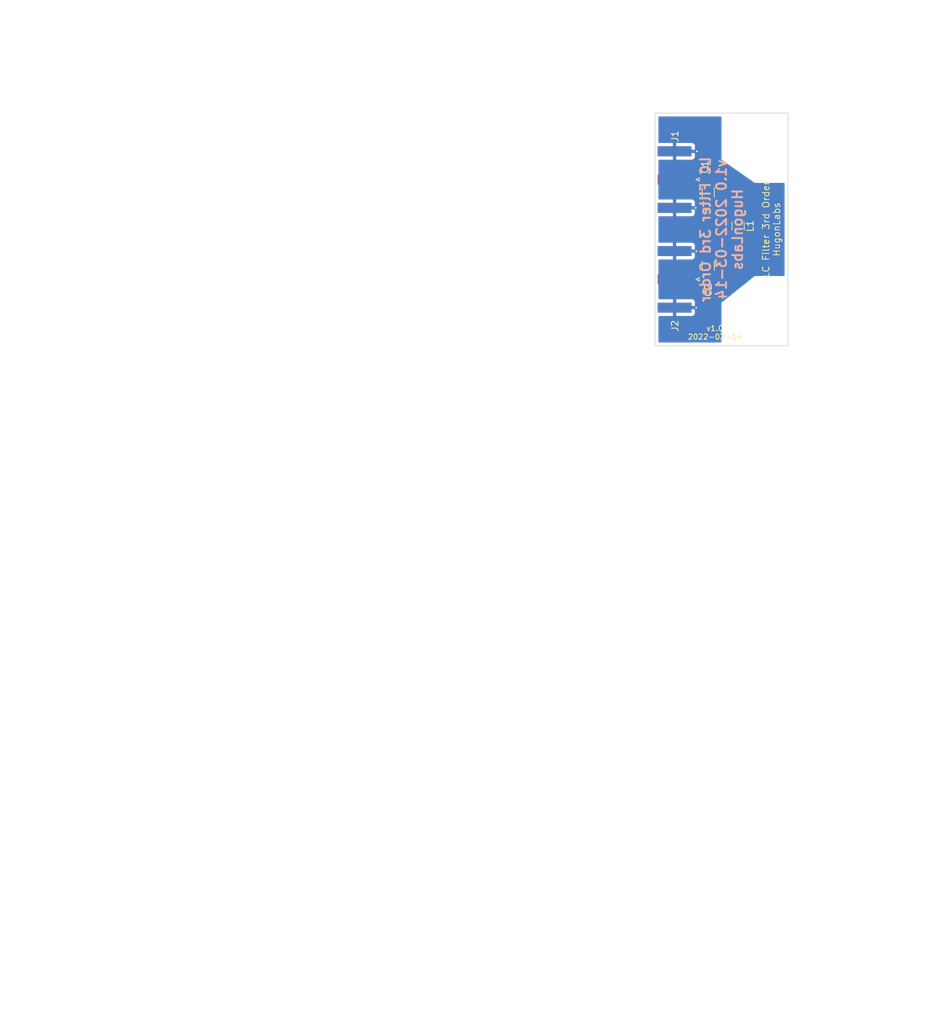
<source format=kicad_pcb>
(kicad_pcb (version 20211014) (generator pcbnew)
  (title_block (title "LC Filter 3rd Order") (date "2022-03-14") (rev "1.0") (company "HugonLabs"))
  (layers (0 "F.Cu" signal) (31 "B.Cu" signal) (34 "B.Paste" user) (35 "F.Paste" user) (36 "B.SilkS" user "B.Silkscreen") (37 "F.SilkS" user "F.Silkscreen") (38 "B.Mask" user) (39 "F.Mask" user) (44 "Edge.Cuts" user))
  (net 0 "")
  (net 1 "/sig_in")
  (net 2 "/sig_out")
  (net 3 "/GND")
  (footprint "Capacitor_SMD:C_1206_3216Metric_Pad1.33x1.80mm_HandSolder" (layer "F.Cu") (at 120.5 76.9375 -90)
    (fp_text reference "C1" (at -3.8125 0.5 90) (layer "F.SilkS"))
    (fp_text value "C")
    (fp_line (start -0.711252 0.91) (end 0.711252 0.91) (layer "F.SilkS") (width 0.12))
    (fp_line (start -0.711252 -0.91) (end 0.711252 -0.91) (layer "F.SilkS") (width 0.12))
    (pad "1" smd roundrect (at -1.5625 0 270) (size 1.325 1.8) (layers "F.Cu" "F.Paste" "F.Mask") (roundrect_rratio 0.1886792453) (net 1 "/sig_in"))
    (pad "2" smd roundrect (at 1.5625 0 270) (size 1.325 1.8) (layers "F.Cu" "F.Paste" "F.Mask") (roundrect_rratio 0.1886792453) (net 3 "/GND"))
  )
  (footprint "Inductor_SMD:L_1206_3216Metric_Pad1.42x1.75mm_HandSolder" (layer "F.Cu") (at 125 81.9875 -90)
    (fp_text reference "L1" (at 0 -1.82 90) (layer "F.SilkS"))
    (fp_text value "L")
    (fp_line (start -0.602064 -0.91) (end 0.602064 -0.91) (layer "F.SilkS") (width 0.12))
    (fp_line (start -0.602064 0.91) (end 0.602064 0.91) (layer "F.SilkS") (width 0.12))
    (pad "1" smd roundrect (at -1.4875 0 270) (size 1.425 1.75) (layers "F.Cu" "F.Paste" "F.Mask") (roundrect_rratio 0.175439) (net 1 "/sig_in"))
    (pad "2" smd roundrect (at 1.4875 0 270) (size 1.425 1.75) (layers "F.Cu" "F.Paste" "F.Mask") (roundrect_rratio 0.175439) (net 2 "/sig_out"))
  )
  (footprint "MountingHole:MountingHole_3.5mm" (layer "F.Cu") (at 127.5 70)
    (fp_text reference "REF**" hide)
    (fp_text value "MountingHole_3.5mm" hide)
    (pad "" np_thru_hole circle locked (at 0 0) (size 3.5 3.5) (drill 3.5) (layers *.Cu *.Mask))
  )
  (footprint "Capacitor_SMD:C_1206_3216Metric_Pad1.33x1.80mm_HandSolder" (layer "F.Cu") (at 120.5 87.9375 90)
    (fp_text reference "C2" (at -3.6875 0 90) (layer "F.SilkS"))
    (fp_text value "C")
    (fp_line (start -0.711252 0.91) (end 0.711252 0.91) (layer "F.SilkS") (width 0.12))
    (fp_line (start -0.711252 -0.91) (end 0.711252 -0.91) (layer "F.SilkS") (width 0.12))
    (pad "1" smd roundrect (at -1.5625 0 90) (size 1.325 1.8) (layers "F.Cu" "F.Paste" "F.Mask") (roundrect_rratio 0.1886792453) (net 2 "/sig_out"))
    (pad "2" smd roundrect (at 1.5625 0 90) (size 1.325 1.8) (layers "F.Cu" "F.Paste" "F.Mask") (roundrect_rratio 0.1886792453) (net 3 "/GND"))
  )
  (footprint "Connector_Coaxial:SMA_Amphenol_132289_EdgeMount" (layer "F.Cu") (at 115.443 75 180)
    (fp_text reference "J1" (at -0.057 6.5 90) (layer "F.SilkS"))
    (fp_text value "Conn_Coaxial")
    (fp_line (start -3.21 0) (end -3.71 -0.25) (layer "F.SilkS") (width 0.12))
    (fp_line (start -3.71 0.25) (end -3.21 0) (layer "F.SilkS") (width 0.12))
    (fp_line (start -3.71 -0.25) (end -3.71 0.25) (layer "F.SilkS") (width 0.12))
    (pad "1" smd rect locked (at 0 0 270) (size 1.5 5.08) (layers "F.Cu" "F.Paste" "F.Mask") (net 1 "/sig_in"))
    (pad "2" smd rect locked (at 0 4.25 270) (size 1.5 5.08) (layers "F.Cu" "F.Paste" "F.Mask") (net 3 "/GND"))
    (pad "2" smd rect locked (at 0 4.25 270) (size 1.5 5.08) (layers "B.Cu" "B.Paste" "B.Mask") (net 3 "/GND"))
    (pad "2" smd rect locked (at 0 -4.25 270) (size 1.5 5.08) (layers "B.Cu" "B.Paste" "B.Mask") (net 3 "/GND"))
    (pad "2" smd rect locked (at 0 -4.25 270) (size 1.5 5.08) (layers "F.Cu" "F.Paste" "F.Mask") (net 3 "/GND"))
  )
  (footprint "Connector_Coaxial:SMA_Amphenol_132289_EdgeMount" (layer "F.Cu") (at 115.443 90 180)
    (fp_text reference "J2" (at -0.057 -7 90) (layer "F.SilkS"))
    (fp_text value "Conn_Coaxial")
    (fp_line (start -3.71 0.25) (end -3.21 0) (layer "F.SilkS") (width 0.12))
    (fp_line (start -3.21 0) (end -3.71 -0.25) (layer "F.SilkS") (width 0.12))
    (fp_line (start -3.71 -0.25) (end -3.71 0.25) (layer "F.SilkS") (width 0.12))
    (pad "1" smd rect locked (at 0 0 270) (size 1.5 5.08) (layers "F.Cu" "F.Paste" "F.Mask") (net 2 "/sig_out"))
    (pad "2" smd rect locked (at 0 -4.25 270) (size 1.5 5.08) (layers "B.Cu" "B.Paste" "B.Mask") (net 3 "/GND"))
    (pad "2" smd rect locked (at 0 4.25 270) (size 1.5 5.08) (layers "B.Cu" "B.Paste" "B.Mask") (net 3 "/GND"))
    (pad "2" smd rect locked (at 0 4.25 270) (size 1.5 5.08) (layers "F.Cu" "F.Paste" "F.Mask") (net 3 "/GND"))
    (pad "2" smd rect locked (at 0 -4.25 270) (size 1.5 5.08) (layers "F.Cu" "F.Paste" "F.Mask") (net 3 "/GND"))
  )
  (footprint "MountingHole:MountingHole_3.5mm" (layer "F.Cu") (at 127.5 95)
    (fp_text reference "REF**" hide)
    (fp_text value "MountingHole_3.5mm" hide)
    (pad "" np_thru_hole circle locked (at 0 0) (size 3.5 3.5) (drill 3.5) (layers *.Cu *.Mask))
  )
  (gr_rect locked (start 112.5 65) (end 132.5 100) (layer "Edge.Cuts") (width 0.1) (fill none))
  (gr_text "LC Filter 3rd Order\nv1.0 2022-03-14\nHugonLabs" (at 122.5 82.5 90) (layer "B.SilkS") (effects (font (size 1.5 1.5) (thickness 0.3)) (justify mirror)))
  (gr_text "LC Filter 3rd Order\nHugonLabs" (at 130 82.5 90) (layer "F.SilkS") (effects (font (size 1 1) (thickness 0.13))))
  (gr_text "v1.0\n2022-03-14\n" (at 121.5 98) (layer "F.SilkS") (effects (font (size 0.8 0.8) (thickness 0.13))))
  (segment (start 120.5 75.375) (end 120.991117 75.375) (width 0.3048) (layer "F.Cu") (net 1))
  (segment (start 115.443 75) (end 119.59467 75) (width 0.3048) (layer "F.Cu") (net 1))
  (segment (start 122.5 76) (end 123.585786 77.085786) (width 0.3048) (layer "F.Cu") (net 1))
  (arc (start 119.59467 75) (mid 120.084631 75.09746) (end 120.5 75.375) (width 0.3048) (layer "F.Cu") (net 1))
  (arc (start 123.585786 77.085786) (mid 124.632458 78.652241) (end 125 80.5) (width 0.3048) (layer "F.Cu") (net 1))
  (arc (start 120.991117 75.375) (mid 121.807718 75.537432) (end 122.5 76) (width 0.3048) (layer "F.Cu") (net 1))
  (segment (start 119.292894 90) (end 115.443 90) (width 0.3048) (layer "F.Cu") (net 2))
  (segment (start 125 83.475) (end 125 84.87868) (width 0.3048) (layer "F.Cu") (net 2))
  (segment (start 121.085787 89.5) (end 120.5 89.5) (width 0.3048) (layer "F.Cu") (net 2))
  (arc (start 123.5 88.5) (mid 122.39235 89.240109) (end 121.085787 89.5) (width 0.3048) (layer "F.Cu") (net 2))
  (arc (start 125 84.87868) (mid 124.610162 86.838524) (end 123.5 88.5) (width 0.3048) (layer "F.Cu") (net 2))
  (arc (start 120.5 89.5) (mid 119.946175 89.870054) (end 119.292894 90) (width 0.3048) (layer "F.Cu") (net 2))
  (segment (start 115.443 79.25) (end 118.625 79.25) (width 0.3048) (layer "F.Cu") (net 3))
  (segment (start 115.443 70.75) (end 118.8 70.75) (width 0.3048) (layer "F.Cu") (net 3))
  (segment (start 118.71434 85.75) (end 118.991117 85.75) (width 0.3048) (layer "F.Cu") (net 3))
  (segment (start 115.443 94.25) (end 118.7 94.25) (width 0.3048) (layer "F.Cu") (net 3))
  (segment (start 115.443 85.75) (end 118.71434 85.75) (width 0.3048) (layer "F.Cu") (net 3))
  (segment (start 118.625 79.25) (end 118.68934 79.25) (width 0.3048) (layer "F.Cu") (net 3))
  (via (at 118.71434 85.75) (size 0.508) (drill 0.254) (layers "F.Cu" "B.Cu") (net 3))
  (via (at 118.8 70.75) (size 0.508) (drill 0.254) (layers "F.Cu" "B.Cu") (net 3))
  (via (at 118.625 79.25) (size 0.508) (drill 0.254) (layers "F.Cu" "B.Cu") (net 3))
  (via (at 118.7 94.25) (size 0.508) (drill 0.254) (layers "F.Cu" "B.Cu") (net 3))
  (arc (start 118.991117 85.75) (mid 119.807718 85.912432) (end 120.5 86.375) (width 0.3048) (layer "F.Cu") (net 3))
  (arc (start 118.68934 79.25) (mid 119.669262 79.055081) (end 120.5 78.5) (width 0.3048) (layer "F.Cu") (net 3))
  (zone (net 3) (net_name "/GND") (layer "B.Cu") (name "GND") (connect_pads (clearance 0.508)) (min_thickness 0.254) (fill yes (thermal_gap 0.508) (thermal_bridge_width 0.508))
    (polygon (pts (xy 122.5 72) (xy 127.5 75.5) (xy 132 75.5) (xy 132 89.5) (xy 127.5 89.5) (xy 122.5 93.5) (xy 122.5 99.5) (xy 113 99.5) (xy 113 65.5) (xy 122.5 65.5)))
  )
)
</source>
